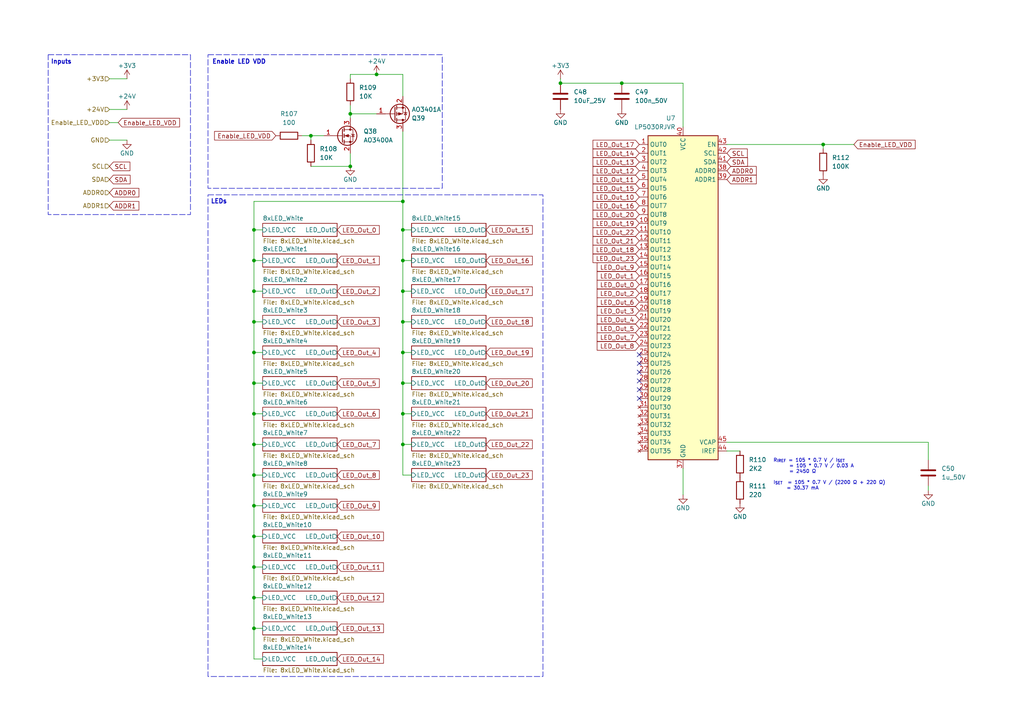
<source format=kicad_sch>
(kicad_sch (version 20231120) (generator "eeschema") (generator_version "8.0")
  (paper "A4")
  (lib_symbols
    (symbol "_C_0402:100n_50V" (pin_numbers hide) (pin_names (offset 0.254))
      (property "Reference" "C" (at 0.635 2.54 0))
      (property "Value" "100n_50V" (at 0.635 -2.54 0))
      (symbol "100n_50V_0_1"
        (polyline (pts (xy -2.032 -0.762) (xy 2.032 -0.762)) (stroke (width 0.508)))
        (polyline (pts (xy -2.032 0.762) (xy 2.032 0.762)) (stroke (width 0.508)))
      )
      (symbol "100n_50V_1_1"
        (pin passive line (at 0 3.81 270) (length 2.794) (name "~") (number "1"))
        (pin passive line (at 0 -3.81 90) (length 2.794) (name "~") (number "2"))
      )
    )
    (symbol "_C_0603:10uF_25V" (pin_numbers hide) (pin_names (offset 0.254))
      (property "Reference" "C" (at 0.635 2.54 0))
      (property "Value" "10uF_25V" (at 0.635 -2.54 0))
      (symbol "10uF_25V_0_1"
        (polyline (pts (xy -2.032 -0.762) (xy 2.032 -0.762)) (stroke (width 0.508)))
        (polyline (pts (xy -2.032 0.762) (xy 2.032 0.762)) (stroke (width 0.508)))
      )
      (symbol "10uF_25V_1_1"
        (pin passive line (at 0 3.81 270) (length 2.794) (name "~") (number "1"))
        (pin passive line (at 0 -3.81 90) (length 2.794) (name "~") (number "2"))
      )
    )
    (symbol "_C_0805:1u_50V" (pin_numbers hide) (pin_names (offset 0.254))
      (property "Reference" "C" (at 0.635 2.54 0))
      (property "Value" "1u_50V" (at 0.635 -2.54 0))
      (symbol "1u_50V_0_1"
        (polyline (pts (xy -2.032 -0.762) (xy 2.032 -0.762)) (stroke (width 0.508)))
        (polyline (pts (xy -2.032 0.762) (xy 2.032 0.762)) (stroke (width 0.508)))
      )
      (symbol "1u_50V_1_1"
        (pin passive line (at 0 3.81 270) (length 2.794) (name "~") (number "1"))
        (pin passive line (at 0 -3.81 90) (length 2.794) (name "~") (number "2"))
      )
    )
    (symbol "_Driver_LED:LP5030RJVR"
      (property "Reference" "U" (at -6.35 49.53 0))
      (property "Value" "LP5030RJVR" (at 6.35 49.53 0))
      (symbol "LP5030RJVR_0_1"
        (rectangle (start -10.16 48.26) (end 10.16 -45.72) (stroke (width 0.254)) (fill (type background)))
      )
      (symbol "LP5030RJVR_1_1"
        (pin power_out line (at 12.7 45.72 180) (length 2.54) (name "OUT0") (number "1"))
        (pin power_out line (at 12.7 22.86 180) (length 2.54) (name "OUT9") (number "10"))
        (pin power_out line (at 12.7 20.32 180) (length 2.54) (name "OUT10") (number "11"))
        (pin power_out line (at 12.7 17.78 180) (length 2.54) (name "OUT11") (number "12"))
        (pin power_out line (at 12.7 15.24 180) (length 2.54) (name "OUT12") (number "13"))
        (pin power_out line (at 12.7 12.7 180) (length 2.54) (name "OUT13") (number "14"))
        (pin power_out line (at 12.7 10.16 180) (length 2.54) (name "OUT14") (number "15"))
        (pin power_out line (at 12.7 7.62 180) (length 2.54) (name "OUT15") (number "16"))
        (pin power_out line (at 12.7 5.08 180) (length 2.54) (name "OUT16") (number "17"))
        (pin power_out line (at 12.7 2.54 180) (length 2.54) (name "OUT17") (number "18"))
        (pin power_out line (at 12.7 0 180) (length 2.54) (name "OUT18") (number "19"))
        (pin power_out line (at 12.7 43.18 180) (length 2.54) (name "OUT1") (number "2"))
        (pin power_out line (at 12.7 -2.54 180) (length 2.54) (name "OUT19") (number "20"))
        (pin power_out line (at 12.7 -5.08 180) (length 2.54) (name "OUT20") (number "21"))
        (pin power_out line (at 12.7 -7.62 180) (length 2.54) (name "OUT21") (number "22"))
        (pin power_out line (at 12.7 -10.16 180) (length 2.54) (name "OUT22") (number "23"))
        (pin power_out line (at 12.7 -12.7 180) (length 2.54) (name "OUT23") (number "24"))
        (pin power_out line (at 12.7 -15.24 180) (length 2.54) (name "OUT24") (number "25"))
        (pin power_out line (at 12.7 -17.78 180) (length 2.54) (name "OUT25") (number "26"))
        (pin power_out line (at 12.7 -20.32 180) (length 2.54) (name "OUT26") (number "27"))
        (pin power_out line (at 12.7 -22.86 180) (length 2.54) (name "OUT27") (number "28"))
        (pin power_out line (at 12.7 -25.4 180) (length 2.54) (name "OUT28") (number "29"))
        (pin power_out line (at 12.7 40.64 180) (length 2.54) (name "OUT2") (number "3"))
        (pin power_out line (at 12.7 -27.94 180) (length 2.54) (name "OUT29") (number "30"))
        (pin no_connect line (at 12.7 -30.48 180) (length 2.54) (name "OUT30") (number "31"))
        (pin no_connect line (at 12.7 -33.02 180) (length 2.54) (name "OUT31") (number "32"))
        (pin no_connect line (at 12.7 -35.56 180) (length 2.54) (name "OUT32") (number "33"))
        (pin no_connect line (at 12.7 -38.1 180) (length 2.54) (name "OUT33") (number "34"))
        (pin no_connect line (at 12.7 -40.64 180) (length 2.54) (name "OUT34") (number "35"))
        (pin no_connect line (at 12.7 -43.18 180) (length 2.54) (name "OUT35") (number "36"))
        (pin power_in line (at 0 -48.26 90) (length 2.54) (name "GND") (number "37"))
        (pin input line (at -12.7 38.1 0) (length 2.54) (name "ADDR0") (number "38"))
        (pin input line (at -12.7 35.56 0) (length 2.54) (name "ADDR1") (number "39"))
        (pin power_out line (at 12.7 38.1 180) (length 2.54) (name "OUT3") (number "4"))
        (pin power_in line (at 0 50.8 270) (length 2.54) (name "VCC") (number "40"))
        (pin bidirectional line (at -12.7 40.64 0) (length 2.54) (name "SDA") (number "41"))
        (pin input line (at -12.7 43.18 0) (length 2.54) (name "SCL") (number "42"))
        (pin input line (at -12.7 45.72 0) (length 2.54) (name "EN") (number "43"))
        (pin passive line (at -12.7 -43.18 0) (length 2.54) (name "IREF") (number "44"))
        (pin passive line (at -12.7 -40.64 0) (length 2.54) (name "VCAP") (number "45"))
        (pin passive line (at 0 -48.26 90) (length 2.54) hide (name "GND") (number "46"))
        (pin passive line (at 0 -48.26 90) (length 2.54) hide (name "GND") (number "47"))
        (pin power_out line (at 12.7 35.56 180) (length 2.54) (name "OUT4") (number "5"))
        (pin power_out line (at 12.7 33.02 180) (length 2.54) (name "OUT5") (number "6"))
        (pin power_out line (at 12.7 30.48 180) (length 2.54) (name "OUT6") (number "7"))
        (pin power_out line (at 12.7 27.94 180) (length 2.54) (name "OUT7") (number "8"))
        (pin power_out line (at 12.7 25.4 180) (length 2.54) (name "OUT8") (number "9"))
      )
    )
    (symbol "_R_0402:100" (pin_numbers hide) (pin_names (offset 0))
      (property "Reference" "R" (at 2.032 0 90))
      (property "Value" "100" (at 0 0 90))
      (symbol "100_0_1"
        (rectangle (start -1.016 -2.54) (end 1.016 2.54) (stroke (width 0.254)))
      )
      (symbol "100_1_1"
        (pin passive line (at 0 3.81 270) (length 1.27) (name "~") (number "1"))
        (pin passive line (at 0 -3.81 90) (length 1.27) (name "~") (number "2"))
      )
    )
    (symbol "_R_0402:100K" (pin_numbers hide) (pin_names (offset 0))
      (property "Reference" "R" (at 2.032 0 90))
      (property "Value" "100K" (at 0 0 90))
      (symbol "100K_0_1"
        (rectangle (start -1.016 -2.54) (end 1.016 2.54) (stroke (width 0.254)))
      )
      (symbol "100K_1_1"
        (pin passive line (at 0 3.81 270) (length 1.27) (name "~") (number "1"))
        (pin passive line (at 0 -3.81 90) (length 1.27) (name "~") (number "2"))
      )
    )
    (symbol "_R_0402:10K" (pin_numbers hide) (pin_names (offset 0))
      (property "Reference" "R" (at 2.032 0 90))
      (property "Value" "10K" (at 0 0 90))
      (symbol "10K_0_1"
        (rectangle (start -1.016 -2.54) (end 1.016 2.54) (stroke (width 0.254)))
      )
      (symbol "10K_1_1"
        (pin passive line (at 0 3.81 270) (length 1.27) (name "~") (number "1"))
        (pin passive line (at 0 -3.81 90) (length 1.27) (name "~") (number "2"))
      )
    )
    (symbol "_R_0402:220" (pin_numbers hide) (pin_names (offset 0))
      (property "Reference" "R" (at 2.032 0 90))
      (property "Value" "220" (at 0 0 90))
      (symbol "220_0_1"
        (rectangle (start -1.016 -2.54) (end 1.016 2.54) (stroke (width 0.254)))
      )
      (symbol "220_1_1"
        (pin passive line (at 0 3.81 270) (length 1.27) (name "~") (number "1"))
        (pin passive line (at 0 -3.81 90) (length 1.27) (name "~") (number "2"))
      )
    )
    (symbol "_R_0402:2K2" (pin_numbers hide) (pin_names (offset 0))
      (property "Reference" "R" (at 2.032 0 90))
      (property "Value" "2K2" (at 0 0 90))
      (symbol "2K2_0_1"
        (rectangle (start -1.016 -2.54) (end 1.016 2.54) (stroke (width 0.254)))
      )
      (symbol "2K2_1_1"
        (pin passive line (at 0 3.81 270) (length 1.27) (name "~") (number "1"))
        (pin passive line (at 0 -3.81 90) (length 1.27) (name "~") (number "2"))
      )
    )
    (symbol "_Transistor_FET:AO3400A" (pin_names hide)
      (property "Reference" "Q" (at 5.08 1.905 0))
      (property "Value" "AO3400A" (at 5.08 0 0))
      (symbol "AO3400A_0_1"
        (polyline (pts (xy 0.254 0) (xy -2.54 0)))
        (polyline (pts (xy 0.254 1.905) (xy 0.254 -1.905)) (stroke (width 0.254)))
        (polyline (pts (xy 0.762 -1.27) (xy 0.762 -2.286)) (stroke (width 0.254)))
        (polyline (pts (xy 0.762 0.508) (xy 0.762 -0.508)) (stroke (width 0.254)))
        (polyline (pts (xy 0.762 2.286) (xy 0.762 1.27)) (stroke (width 0.254)))
        (polyline (pts (xy 2.54 2.54) (xy 2.54 1.778)))
        (polyline (pts (xy 2.54 -2.54) (xy 2.54 0) (xy 0.762 0)))
        (polyline (pts (xy 0.762 -1.778) (xy 3.302 -1.778) (xy 3.302 1.778) (xy 0.762 1.778)))
        (polyline (pts (xy 1.016 0) (xy 2.032 0.381) (xy 2.032 -0.381) (xy 1.016 0)) (fill (type outline)))
        (polyline (pts (xy 2.794 0.508) (xy 2.921 0.381) (xy 3.683 0.381) (xy 3.81 0.254)))
        (polyline (pts (xy 3.302 0.381) (xy 2.921 -0.254) (xy 3.683 -0.254) (xy 3.302 0.381)))
        (circle (center 1.651 0) (radius 2.794) (stroke (width 0.254)))
        (circle (center 2.54 -1.778) (radius 0.254) (fill (type outline)))
        (circle (center 2.54 1.778) (radius 0.254) (fill (type outline)))
      )
      (symbol "AO3400A_1_1"
        (pin input line (at -5.08 0 0) (length 2.54) (name "G") (number "1"))
        (pin passive line (at 2.54 -5.08 90) (length 2.54) (name "S") (number "2"))
        (pin passive line (at 2.54 5.08 270) (length 2.54) (name "D") (number "3"))
      )
    )
    (symbol "_Transistor_FET:AO3401A" (pin_names hide)
      (property "Reference" "Q" (at 5.08 1.905 0))
      (property "Value" "AO3401A" (at 5.08 0 0))
      (symbol "AO3401A_0_1"
        (polyline (pts (xy 0.254 0) (xy -2.54 0)))
        (polyline (pts (xy 0.254 1.905) (xy 0.254 -1.905)) (stroke (width 0.254)))
        (polyline (pts (xy 0.762 -1.27) (xy 0.762 -2.286)) (stroke (width 0.254)))
        (polyline (pts (xy 0.762 0.508) (xy 0.762 -0.508)) (stroke (width 0.254)))
        (polyline (pts (xy 0.762 2.286) (xy 0.762 1.27)) (stroke (width 0.254)))
        (polyline (pts (xy 2.54 2.54) (xy 2.54 1.778)))
        (polyline (pts (xy 2.54 -2.54) (xy 2.54 0) (xy 0.762 0)))
        (polyline (pts (xy 0.762 1.778) (xy 3.302 1.778) (xy 3.302 -1.778) (xy 0.762 -1.778)))
        (polyline (pts (xy 2.286 0) (xy 1.27 0.381) (xy 1.27 -0.381) (xy 2.286 0)) (fill (type outline)))
        (polyline (pts (xy 2.794 -0.508) (xy 2.921 -0.381) (xy 3.683 -0.381) (xy 3.81 -0.254)))
        (polyline (pts (xy 3.302 -0.381) (xy 2.921 0.254) (xy 3.683 0.254) (xy 3.302 -0.381)))
        (circle (center 1.651 0) (radius 2.794) (stroke (width 0.254)))
        (circle (center 2.54 -1.778) (radius 0.254) (fill (type outline)))
        (circle (center 2.54 1.778) (radius 0.254) (fill (type outline)))
      )
      (symbol "AO3401A_1_1"
        (pin input line (at -5.08 0 0) (length 2.54) (name "G") (number "1"))
        (pin passive line (at 2.54 -5.08 90) (length 2.54) (name "S") (number "2"))
        (pin passive line (at 2.54 5.08 270) (length 2.54) (name "D") (number "3"))
      )
    )
    (symbol "power:+3V3" (power) (pin_names (offset 0))
      (property "Value" "+3V3" (at 0 3.556 0))
      (symbol "+3V3_0_1"
        (polyline (pts (xy -0.762 1.27) (xy 0 2.54)))
        (polyline (pts (xy 0 0) (xy 0 2.54)))
        (polyline (pts (xy 0 2.54) (xy 0.762 1.27)))
      )
      (symbol "+3V3_1_1"
        (pin power_in line (at 0 0 90) (length 0) hide (name "+3V3") (number "1"))
      )
    )
    (symbol "power:+5V" (power) (pin_names (offset 0))
      (property "Value" "+5V" (at 0 3.556 0))
      (symbol "+5V_0_1"
        (polyline (pts (xy -0.762 1.27) (xy 0 2.54)))
        (polyline (pts (xy 0 0) (xy 0 2.54)))
        (polyline (pts (xy 0 2.54) (xy 0.762 1.27)))
      )
      (symbol "+5V_1_1"
        (pin power_in line (at 0 0 90) (length 0) hide (name "+5V") (number "1"))
      )
    )
    (symbol "power:GND" (power) (pin_names (offset 0))
      (property "Value" "GND" (at 0 -3.81 0))
      (symbol "GND_0_1"
        (polyline (pts (xy 0 0) (xy 0 -1.27) (xy 1.27 -1.27) (xy 0 -2.54) (xy -1.27 -1.27) (xy 0 -1.27)))
      )
      (symbol "GND_1_1"
        (pin power_in line (at 0 0 270) (length 0) hide (name "GND") (number "1"))
      )
    )
  )
  (junction (at 73.66 164.465))
  (junction (at 73.66 102.235))
  (junction (at 73.66 120.015))
  (junction (at 73.66 75.565))
  (junction (at 73.66 155.575))
  (junction (at 73.66 93.345))
  (junction (at 180.34 24.13))
  (junction (at 73.66 66.675))
  (junction (at 73.66 137.795))
  (junction (at 73.66 173.355))
  (junction (at 116.84 111.125))
  (junction (at 116.84 75.565))
  (junction (at 116.84 58.42))
  (junction (at 73.66 128.905))
  (junction (at 162.56 24.13))
  (junction (at 73.66 146.685))
  (junction (at 73.66 84.455))
  (junction (at 73.66 182.245))
  (junction (at 90.17 39.37))
  (junction (at 116.84 66.675))
  (junction (at 101.6 33.02))
  (junction (at 109.22 21.59))
  (junction (at 116.84 128.905))
  (junction (at 101.6 48.26))
  (junction (at 238.76 41.91))
  (junction (at 116.84 93.345))
  (junction (at 116.84 102.235))
  (junction (at 116.84 120.015))
  (junction (at 73.66 111.125))
  (junction (at 116.84 84.455))
  (no_connect (at 185.42 110.49))
  (no_connect (at 185.42 102.87))
  (no_connect (at 185.42 113.03))
  (no_connect (at 185.42 115.57))
  (no_connect (at 185.42 105.41))
  (no_connect (at 185.42 107.95))
  (wire (pts (xy 116.84 111.125) (xy 116.84 120.015)))
  (wire (pts (xy 101.6 44.45) (xy 101.6 48.26)))
  (wire (pts (xy 76.2 84.455) (xy 73.66 84.455)))
  (wire (pts (xy 116.84 38.1) (xy 116.84 58.42)))
  (wire (pts (xy 76.2 75.565) (xy 73.66 75.565)))
  (wire (pts (xy 73.66 155.575) (xy 73.66 164.465)))
  (wire (pts (xy 116.84 58.42) (xy 116.84 66.675)))
  (wire (pts (xy 269.24 128.27) (xy 210.82 128.27)))
  (wire (pts (xy 119.38 111.125) (xy 116.84 111.125)))
  (wire (pts (xy 119.38 84.455) (xy 116.84 84.455)))
  (wire (pts (xy 90.17 48.26) (xy 101.6 48.26)))
  (wire (pts (xy 119.38 137.795) (xy 116.84 137.795)))
  (wire (pts (xy 162.56 22.86) (xy 162.56 24.13)))
  (wire (pts (xy 101.6 33.02) (xy 109.22 33.02)))
  (wire (pts (xy 116.84 120.015) (xy 116.84 128.905)))
  (wire (pts (xy 76.2 146.685) (xy 73.66 146.685)))
  (wire (pts (xy 162.56 24.13) (xy 180.34 24.13)))
  (wire (pts (xy 76.2 164.465) (xy 73.66 164.465)))
  (wire (pts (xy 119.38 93.345) (xy 116.84 93.345)))
  (wire (pts (xy 198.12 143.51) (xy 198.12 135.89)))
  (wire (pts (xy 73.66 66.675) (xy 73.66 75.565)))
  (wire (pts (xy 31.75 22.86) (xy 36.83 22.86)))
  (wire (pts (xy 73.66 111.125) (xy 73.66 120.015)))
  (wire (pts (xy 238.76 41.91) (xy 247.65 41.91)))
  (wire (pts (xy 90.17 40.64) (xy 90.17 39.37)))
  (wire (pts (xy 119.38 120.015) (xy 116.84 120.015)))
  (wire (pts (xy 76.2 182.245) (xy 73.66 182.245)))
  (wire (pts (xy 73.66 137.795) (xy 73.66 146.685)))
  (wire (pts (xy 269.24 142.24) (xy 269.24 140.97)))
  (wire (pts (xy 269.24 133.35) (xy 269.24 128.27)))
  (wire (pts (xy 73.66 93.345) (xy 73.66 102.235)))
  (wire (pts (xy 116.84 21.59) (xy 116.84 27.94)))
  (wire (pts (xy 238.76 41.91) (xy 238.76 43.18)))
  (wire (pts (xy 76.2 111.125) (xy 73.66 111.125)))
  (wire (pts (xy 73.66 173.355) (xy 73.66 182.245)))
  (wire (pts (xy 76.2 128.905) (xy 73.66 128.905)))
  (wire (pts (xy 116.84 84.455) (xy 116.84 93.345)))
  (wire (pts (xy 76.2 173.355) (xy 73.66 173.355)))
  (wire (pts (xy 101.6 30.48) (xy 101.6 33.02)))
  (wire (pts (xy 36.83 40.64) (xy 31.75 40.64)))
  (wire (pts (xy 109.22 21.59) (xy 101.6 21.59)))
  (wire (pts (xy 73.66 146.685) (xy 73.66 155.575)))
  (wire (pts (xy 116.84 93.345) (xy 116.84 102.235)))
  (wire (pts (xy 73.66 58.42) (xy 73.66 66.675)))
  (wire (pts (xy 116.84 75.565) (xy 116.84 84.455)))
  (wire (pts (xy 76.2 155.575) (xy 73.66 155.575)))
  (wire (pts (xy 76.2 93.345) (xy 73.66 93.345)))
  (wire (pts (xy 119.38 128.905) (xy 116.84 128.905)))
  (wire (pts (xy 34.29 35.56) (xy 31.75 35.56)))
  (wire (pts (xy 76.2 191.135) (xy 73.66 191.135)))
  (wire (pts (xy 198.12 24.13) (xy 198.12 36.83)))
  (wire (pts (xy 87.63 39.37) (xy 90.17 39.37)))
  (wire (pts (xy 210.82 130.81) (xy 214.63 130.81)))
  (wire (pts (xy 180.34 24.13) (xy 198.12 24.13)))
  (wire (pts (xy 116.84 66.675) (xy 116.84 75.565)))
  (wire (pts (xy 31.75 31.75) (xy 36.83 31.75)))
  (wire (pts (xy 76.2 102.235) (xy 73.66 102.235)))
  (wire (pts (xy 76.2 137.795) (xy 73.66 137.795)))
  (wire (pts (xy 116.84 21.59) (xy 109.22 21.59)))
  (wire (pts (xy 116.84 102.235) (xy 116.84 111.125)))
  (wire (pts (xy 73.66 58.42) (xy 116.84 58.42)))
  (wire (pts (xy 90.17 39.37) (xy 93.98 39.37)))
  (wire (pts (xy 73.66 66.675) (xy 76.2 66.675)))
  (wire (pts (xy 119.38 102.235) (xy 116.84 102.235)))
  (wire (pts (xy 116.84 66.675) (xy 119.38 66.675)))
  (wire (pts (xy 210.82 41.91) (xy 238.76 41.91)))
  (wire (pts (xy 73.66 128.905) (xy 73.66 137.795)))
  (wire (pts (xy 73.66 191.135) (xy 73.66 182.245)))
  (wire (pts (xy 101.6 21.59) (xy 101.6 22.86)))
  (wire (pts (xy 73.66 84.455) (xy 73.66 93.345)))
  (wire (pts (xy 101.6 33.02) (xy 101.6 34.29)))
  (wire (pts (xy 116.84 128.905) (xy 116.84 137.795)))
  (wire (pts (xy 73.66 102.235) (xy 73.66 111.125)))
  (wire (pts (xy 73.66 164.465) (xy 73.66 173.355)))
  (wire (pts (xy 119.38 75.565) (xy 116.84 75.565)))
  (wire (pts (xy 76.2 120.015) (xy 73.66 120.015)))
  (wire (pts (xy 73.66 75.565) (xy 73.66 84.455)))
  (wire (pts (xy 73.66 120.015) (xy 73.66 128.905)))
  (rectangle (start 13.97 15.875) (end 55.245 62.23) (stroke (width 0) (type dash)))
  (rectangle (start 60.325 56.515) (end 157.48 196.215) (stroke (width 0) (type dash)))
  (rectangle (start 60.325 15.875) (end 128.27 54.61) (stroke (width 0) (type dash)))
  (text_box "R_{IREF} = 105 * 0.7 V / I_{SET} \n      = 105 * 0.7 V / 0.03 A \n      = 2450 Ω\n\nI_{SET}  = 105 * 0.7 V / (2200 Ω + 220 Ω) \n     = 30.37 mA" (at 223.52 132.08 0) (size 34.925 10.795) (stroke (width -0.0001)) (effects (font (size 1 1)) (justify left top)))
  (text "Enable LED VDD" (at 69.342 18.034 0) (effects (font (size 1.27 1.27) (thickness 0.254) (bold yes))))
  (text "Inputs" (at 17.78 18.034 0) (effects (font (size 1.27 1.27) (thickness 0.254) (bold yes))))
  (text "LEDs" (at 63.5 58.547 0) (effects (font (size 1.27 1.27) (thickness 0.254) (bold yes))))
  (global_label "LED_Out_0" (shape input) (at 97.79 66.675 0) (property "Intersheetrefs" "${INTERSHEET_REFS}" (effects (hide yes))))
  (global_label "ADDR1" (shape input) (at 31.75 59.69 0) (property "Intersheetrefs" "${INTERSHEET_REFS}" (effects (hide yes))))
  (global_label "LED_Out_5" (shape input) (at 97.79 111.125 0) (property "Intersheetrefs" "${INTERSHEET_REFS}" (effects (hide yes))))
  (global_label "LED_Out_16" (shape input) (at 140.97 75.565 0) (property "Intersheetrefs" "${INTERSHEET_REFS}" (effects (hide yes))))
  (global_label "LED_Out_23" (shape input) (at 140.97 137.795 0) (property "Intersheetrefs" "${INTERSHEET_REFS}" (effects (hide yes))))
  (global_label "LED_Out_0" (shape input) (at 185.42 82.55 180) (property "Intersheetrefs" "${INTERSHEET_REFS}" (effects (hide yes))))
  (global_label "LED_Out_12" (shape input) (at 185.42 49.53 180) (property "Intersheetrefs" "${INTERSHEET_REFS}" (effects (hide yes))))
  (global_label "LED_Out_14" (shape input) (at 97.79 191.135 0) (property "Intersheetrefs" "${INTERSHEET_REFS}" (effects (hide yes))))
  (global_label "LED_Out_14" (shape input) (at 185.42 44.45 180) (property "Intersheetrefs" "${INTERSHEET_REFS}" (effects (hide yes))))
  (global_label "SDA" (shape input) (at 31.75 52.07 0) (property "Intersheetrefs" "${INTERSHEET_REFS}" (effects (hide yes))))
  (global_label "SCL" (shape input) (at 31.75 48.26 0) (property "Intersheetrefs" "${INTERSHEET_REFS}" (effects (hide yes))))
  (global_label "LED_Out_22" (shape input) (at 185.42 67.31 180) (property "Intersheetrefs" "${INTERSHEET_REFS}" (effects (hide yes))))
  (global_label "Enable_LED_VDD" (shape input) (at 80.01 39.37 180) (property "Intersheetrefs" "${INTERSHEET_REFS}" (effects (hide yes))))
  (global_label "LED_Out_11" (shape input) (at 185.42 52.07 180) (property "Intersheetrefs" "${INTERSHEET_REFS}" (effects (hide yes))))
  (global_label "LED_Out_21" (shape input) (at 185.42 69.85 180) (property "Intersheetrefs" "${INTERSHEET_REFS}" (effects (hide yes))))
  (global_label "LED_Out_16" (shape input) (at 185.42 59.69 180) (property "Intersheetrefs" "${INTERSHEET_REFS}" (effects (hide yes))))
  (global_label "LED_Out_3" (shape input) (at 97.79 93.345 0) (property "Intersheetrefs" "${INTERSHEET_REFS}" (effects (hide yes))))
  (global_label "LED_Out_17" (shape input) (at 140.97 84.455 0) (property "Intersheetrefs" "${INTERSHEET_REFS}" (effects (hide yes))))
  (global_label "LED_Out_2" (shape input) (at 185.42 85.09 180) (property "Intersheetrefs" "${INTERSHEET_REFS}" (effects (hide yes))))
  (global_label "LED_Out_19" (shape input) (at 185.42 64.77 180) (property "Intersheetrefs" "${INTERSHEET_REFS}" (effects (hide yes))))
  (global_label "LED_Out_8" (shape input) (at 97.79 137.795 0) (property "Intersheetrefs" "${INTERSHEET_REFS}" (effects (hide yes))))
  (global_label "LED_Out_20" (shape input) (at 185.42 62.23 180) (property "Intersheetrefs" "${INTERSHEET_REFS}" (effects (hide yes))))
  (global_label "LED_Out_6" (shape input) (at 185.42 87.63 180) (property "Intersheetrefs" "${INTERSHEET_REFS}" (effects (hide yes))))
  (global_label "LED_Out_12" (shape input) (at 97.79 173.355 0) (property "Intersheetrefs" "${INTERSHEET_REFS}" (effects (hide yes))))
  (global_label "LED_Out_11" (shape input) (at 97.79 164.465 0) (property "Intersheetrefs" "${INTERSHEET_REFS}" (effects (hide yes))))
  (global_label "Enable_LED_VDD" (shape input) (at 34.29 35.56 0) (property "Intersheetrefs" "${INTERSHEET_REFS}" (effects (hide yes))))
  (global_label "SDA" (shape input) (at 210.82 46.99 0) (property "Intersheetrefs" "${INTERSHEET_REFS}" (effects (hide yes))))
  (global_label "LED_Out_7" (shape input) (at 185.42 97.79 180) (property "Intersheetrefs" "${INTERSHEET_REFS}" (effects (hide yes))))
  (global_label "LED_Out_7" (shape input) (at 97.79 128.905 0) (property "Intersheetrefs" "${INTERSHEET_REFS}" (effects (hide yes))))
  (global_label "LED_Out_8" (shape input) (at 185.42 100.33 180) (property "Intersheetrefs" "${INTERSHEET_REFS}" (effects (hide yes))))
  (global_label "SCL" (shape input) (at 210.82 44.45 0) (property "Intersheetrefs" "${INTERSHEET_REFS}" (effects (hide yes))))
  (global_label "LED_Out_21" (shape input) (at 140.97 120.015 0) (property "Intersheetrefs" "${INTERSHEET_REFS}" (effects (hide yes))))
  (global_label "LED_Out_15" (shape input) (at 140.97 66.675 0) (property "Intersheetrefs" "${INTERSHEET_REFS}" (effects (hide yes))))
  (global_label "LED_Out_13" (shape input) (at 185.42 46.99 180) (property "Intersheetrefs" "${INTERSHEET_REFS}" (effects (hide yes))))
  (global_label "LED_Out_3" (shape input) (at 185.42 90.17 180) (property "Intersheetrefs" "${INTERSHEET_REFS}" (effects (hide yes))))
  (global_label "LED_Out_10" (shape input) (at 97.79 155.575 0) (property "Intersheetrefs" "${INTERSHEET_REFS}" (effects (hide yes))))
  (global_label "LED_Out_19" (shape input) (at 140.97 102.235 0) (property "Intersheetrefs" "${INTERSHEET_REFS}" (effects (hide yes))))
  (global_label "ADDR0" (shape input) (at 31.75 55.88 0) (property "Intersheetrefs" "${INTERSHEET_REFS}" (effects (hide yes))))
  (global_label "ADDR1" (shape input) (at 210.82 52.07 0) (property "Intersheetrefs" "${INTERSHEET_REFS}" (effects (hide yes))))
  (global_label "LED_Out_22" (shape input) (at 140.97 128.905 0) (property "Intersheetrefs" "${INTERSHEET_REFS}" (effects (hide yes))))
  (global_label "LED_Out_18" (shape input) (at 185.42 72.39 180) (property "Intersheetrefs" "${INTERSHEET_REFS}" (effects (hide yes))))
  (global_label "LED_Out_15" (shape input) (at 185.42 54.61 180) (property "Intersheetrefs" "${INTERSHEET_REFS}" (effects (hide yes))))
  (global_label "LED_Out_17" (shape input) (at 185.42 41.91 180) (property "Intersheetrefs" "${INTERSHEET_REFS}" (effects (hide yes))))
  (global_label "LED_Out_4" (shape input) (at 185.42 92.71 180) (property "Intersheetrefs" "${INTERSHEET_REFS}" (effects (hide yes))))
  (global_label "LED_Out_20" (shape input) (at 140.97 111.125 0) (property "Intersheetrefs" "${INTERSHEET_REFS}" (effects (hide yes))))
  (global_label "LED_Out_23" (shape input) (at 185.42 74.93 180) (property "Intersheetrefs" "${INTERSHEET_REFS}" (effects (hide yes))))
  (global_label "LED_Out_9" (shape input) (at 185.42 77.47 180) (property "Intersheetrefs" "${INTERSHEET_REFS}" (effects (hide yes))))
  (global_label "LED_Out_2" (shape input) (at 97.79 84.455 0) (property "Intersheetrefs" "${INTERSHEET_REFS}" (effects (hide yes))))
  (global_label "LED_Out_13" (shape input) (at 97.79 182.245 0) (property "Intersheetrefs" "${INTERSHEET_REFS}" (effects (hide yes))))
  (global_label "LED_Out_10" (shape input) (at 185.42 57.15 180) (property "Intersheetrefs" "${INTERSHEET_REFS}" (effects (hide yes))))
  (global_label "LED_Out_6" (shape input) (at 97.79 120.015 0) (property "Intersheetrefs" "${INTERSHEET_REFS}" (effects (hide yes))))
  (global_label "LED_Out_4" (shape input) (at 97.79 102.235 0) (property "Intersheetrefs" "${INTERSHEET_REFS}" (effects (hide yes))))
  (global_label "LED_Out_5" (shape input) (at 185.42 95.25 180) (property "Intersheetrefs" "${INTERSHEET_REFS}" (effects (hide yes))))
  (global_label "ADDR0" (shape input) (at 210.82 49.53 0) (property "Intersheetrefs" "${INTERSHEET_REFS}" (effects (hide yes))))
  (global_label "Enable_LED_VDD" (shape input) (at 247.65 41.91 0) (property "Intersheetrefs" "${INTERSHEET_REFS}" (effects (hide yes))))
  (global_label "LED_Out_1" (shape input) (at 97.79 75.565 0) (property "Intersheetrefs" "${INTERSHEET_REFS}" (effects (hide yes))))
  (global_label "LED_Out_18" (shape input) (at 140.97 93.345 0) (property "Intersheetrefs" "${INTERSHEET_REFS}" (effects (hide yes))))
  (global_label "LED_Out_9" (shape input) (at 97.79 146.685 0) (property "Intersheetrefs" "${INTERSHEET_REFS}" (effects (hide yes))))
  (global_label "LED_Out_1" (shape input) (at 185.42 80.01 180) (property "Intersheetrefs" "${INTERSHEET_REFS}" (effects (hide yes))))
  (hierarchical_label "Enable_LED_VDD" (shape input) (at 31.75 35.56 180))
  (hierarchical_label "SCL" (shape input) (at 31.75 48.26 180))
  (hierarchical_label "+24V" (shape input) (at 31.75 31.75 180))
  (hierarchical_label "ADDR1" (shape input) (at 31.75 59.69 180))
  (hierarchical_label "GND" (shape input) (at 31.75 40.64 180))
  (hierarchical_label "SDA" (shape input) (at 31.75 52.07 180))
  (hierarchical_label "+3V3" (shape input) (at 31.75 22.86 180))
  (hierarchical_label "ADDR0" (shape input) (at 31.75 55.88 180))
  (symbol (lib_id "power:+5V") (at 36.83 31.75 0) (unit 1)
    (property "Reference" "#PWR0197" (effects (hide yes)))
    (property "Value" "+24V" (at 36.83 27.94 0))
  )
  (symbol (lib_id "power:GND") (at 180.34 31.75 0) (unit 1)
    (property "Reference" "#PWR0203" (effects (hide yes)))
    (property "Value" "GND" (at 180.34 35.56 0))
  )
  (symbol (lib_id "_C_0402:100n_50V") (at 180.34 27.94 180) (unit 1)
    (property "Reference" "C49" (at 184.15 26.6699 0) (effects (justify right)))
    (property "Value" "100n_50V" (at 184.15 29.2099 0) (effects (justify right)))
    (property "Footprint" "Capacitor_SMD:C_0402_1005Metric" (effects (hide yes)))
    (property "Datasheet" "https://product.samsungsem.com/mlcc/CL05B104KB54PN.do" (effects (hide yes)))
    (property "MF" "Samsung Electro-Mechanics" (effects (hide yes)))
    (property "MPN" "CL05B104KB54PNC" (effects (hide yes)))
    (property "OC_LCSC" "C307331" (effects (hide yes)))
  )
  (symbol (lib_id "power:+3V3") (at 162.56 22.86 0) (unit 1)
    (property "Reference" "#PWR0201" (effects (hide yes)))
    (property "Value" "+3V3" (at 162.56 19.05 0))
  )
  (symbol (lib_id "power:GND") (at 198.12 143.51 0) (unit 1)
    (property "Reference" "#PWR0204" (effects (hide yes)))
    (property "Value" "GND" (at 198.12 147.32 0))
  )
  (symbol (lib_id "_R_0402:100") (at 83.82 39.37 90) (unit 1)
    (property "Reference" "R107" (at 83.82 33.02 90))
    (property "Value" "100" (at 83.82 35.56 90))
    (property "Footprint" "Resistor_SMD:R_0402_1005Metric" (effects (hide yes)))
    (property "Description" "Resistor 100 1% 62.5mW 50V 0402" (effects (hide yes)))
    (property "MF" "UNI-ROYAL" (effects (hide yes)))
    (property "MPN" "0402WGF1000TCE" (effects (hide yes)))
    (property "OC_LCSC" "C25076" (effects (hide yes)))
  )
  (symbol (lib_id "power:GND") (at 214.63 146.05 0) (unit 1)
    (property "Reference" "#PWR0205" (effects (hide yes)))
    (property "Value" "GND" (at 214.63 149.86 0))
  )
  (symbol (lib_id "_R_0402:10K") (at 101.6 26.67 0) (unit 1)
    (property "Reference" "R109" (at 104.14 25.3999 0) (effects (justify left)))
    (property "Value" "10K" (at 104.14 27.9399 0) (effects (justify left)))
    (property "Footprint" "Resistor_SMD:R_0402_1005Metric" (effects (hide yes)))
    (property "Description" "Resistor 10K 1% 62.5mW 50V 0402" (effects (hide yes)))
    (property "MF" "UNI-ROYAL" (effects (hide yes)))
    (property "MPN" "0402WGF1002TCE" (effects (hide yes)))
    (property "OC_LCSC" "C25744" (effects (hide yes)))
  )
  (symbol (lib_id "_Transistor_FET:AO3401A") (at 114.3 33.02 0) (mirror x) (unit 1)
    (property "Reference" "Q39" (at 119.38 34.29 0) (effects (justify left)))
    (property "Value" "AO3401A" (at 119.38 31.75 0) (effects (justify left)))
    (property "Footprint" "Package_TO_SOT_SMD:SOT-23" (effects (hide yes)))
    (property "Datasheet" "https://datasheet.lcsc.com/lcsc/1810171817_Alpha---Omega-Semicon-AO3401A_C15127.pdf" (effects (hide yes)))
    (property "Description" "30V 4A 44mΩ@10V,4.3A 1.4W P Channel SOT-23 MOSFET" (effects (hide yes)))
    (property "MF" "Alpha & Omega Semicon" (effects (hide yes)))
    (property "MPN" "AO3401A" (effects (hide yes)))
    (property "OC_LCSC" "C15127" (effects (hide yes)))
  )
  (symbol (lib_id "power:GND") (at 101.6 48.26 0) (unit 1)
    (property "Reference" "#PWR0199" (effects (hide yes)))
    (property "Value" "GND" (at 101.6 52.07 0))
  )
  (symbol (lib_id "_C_0603:10uF_25V") (at 162.56 27.94 0) (unit 1)
    (property "Reference" "C48" (at 166.37 26.6699 0) (effects (justify left)))
    (property "Value" "10uF_25V" (at 166.37 29.2099 0) (effects (justify left)))
    (property "Footprint" "Capacitor_SMD:C_0603_1608Metric" (effects (hide yes)))
    (property "Datasheet" "https://product.samsungsem.com/mlcc/CL10A106MA8NRN.do" (effects (hide yes)))
    (property "Description" "Capacitor 10uF 25V X5R 20% 0603" (effects (hide yes)))
    (property "MF" "Samsung Electro-Mechanics" (effects (hide yes)))
    (property "MPN" "CL10A106MA8NRNC" (effects (hide yes)))
    (property "OC_LCSC" "C96446" (effects (hide yes)))
  )
  (symbol (lib_id "_R_0402:2K2") (at 214.63 134.62 0) (unit 1)
    (property "Reference" "R110" (at 217.17 133.3499 0) (effects (justify left)))
    (property "Value" "2K2" (at 217.17 135.8899 0) (effects (justify left)))
    (property "Footprint" "Resistor_SMD:R_0402_1005Metric" (effects (hide yes)))
    (property "Description" "Resistor 2K2 1% 62.5mW 50V 0402" (effects (hide yes)))
    (property "MF" "UNI-ROYAL" (effects (hide yes)))
    (property "MPN" "0402WGF2201TCE" (effects (hide yes)))
    (property "OC_LCSC" "C25879" (effects (hide yes)))
  )
  (symbol (lib_id "_R_0402:10K") (at 90.17 44.45 0) (unit 1)
    (property "Reference" "R108" (at 92.71 43.1799 0) (effects (justify left)))
    (property "Value" "10K" (at 92.71 45.7199 0) (effects (justify left)))
    (property "Footprint" "Resistor_SMD:R_0402_1005Metric" (effects (hide yes)))
    (property "Description" "Resistor 10K 1% 62.5mW 50V 0402" (effects (hide yes)))
    (property "MF" "UNI-ROYAL" (effects (hide yes)))
    (property "MPN" "0402WGF1002TCE" (effects (hide yes)))
    (property "OC_LCSC" "C25744" (effects (hide yes)))
  )
  (symbol (lib_id "power:GND") (at 269.24 142.24 0) (unit 1)
    (property "Reference" "#PWR0207" (effects (hide yes)))
    (property "Value" "GND" (at 269.24 146.05 0))
  )
  (symbol (lib_id "_C_0805:1u_50V") (at 269.24 137.16 0) (unit 1)
    (property "Reference" "C50" (at 273.05 135.8899 0) (effects (justify left)))
    (property "Value" "1u_50V" (at 273.05 138.4299 0) (effects (justify left)))
    (property "Footprint" "Capacitor_SMD:C_0805_2012Metric" (effects (hide yes)))
    (property "Datasheet" "https://product.samsungsem.com/mlcc/CL21B105KBFNNN.do" (effects (hide yes)))
    (property "Description" "Capacitor 1uF 50V X7R 10% 0805" (effects (hide yes)))
    (property "MF" "Samsung Electro-Mechanics" (effects (hide yes)))
    (property "MPN" "CL21B105KBFNNNE" (effects (hide yes)))
    (property "OC_LCSC" "C28323" (effects (hide yes)))
  )
  (symbol (lib_id "power:GND") (at 162.56 31.75 0) (unit 1)
    (property "Reference" "#PWR0202" (effects (hide yes)))
    (property "Value" "GND" (at 162.56 35.56 0))
  )
  (symbol (lib_id "_Transistor_FET:AO3400A") (at 99.06 39.37 0) (unit 1)
    (property "Reference" "Q38" (at 105.41 38.0999 0) (effects (justify left)))
    (property "Value" "AO3400A" (at 105.41 40.6399 0) (effects (justify left)))
    (property "Footprint" "Package_TO_SOT_SMD:SOT-23" (effects (hide yes)))
    (property "Datasheet" "https://datasheet.lcsc.com/lcsc/1811081213_Alpha---Omega-Semicon-AO3400A_C20917.pdf" (effects (hide yes)))
    (property "Description" "30V 5.7A 26.5mΩ@10V,5.7A 1.4W N Channel SOT-23-3L MOSFET" (effects (hide yes)))
    (property "MF" "Alpha & Omega Semicon" (effects (hide yes)))
    (property "MPN" "AO3400A" (effects (hide yes)))
    (property "OC_LCSC" "C20917" (effects (hide yes)))
  )
  (symbol (lib_id "_Driver_LED:LP5030RJVR") (at 198.12 87.63 0) (mirror y) (unit 1)
    (property "Reference" "U7" (at 195.9259 34.29 0) (effects (justify left)))
    (property "Value" "LP5030RJVR" (at 195.9259 36.83 0) (effects (justify left)))
    (property "Footprint" "Package_DFN_QFN:VQFN-46-1EP_5x6mm_P0.4mm_EP2.8x3.8mm" (effects (hide yes)))
    (property "Datasheet" "https://www.ti.com/lit/ds/symlink/lp5030.pdf" (effects (hide yes)))
    (property "Description" "30-Channel 12-Bit PWM Ultra-low Quiescent Current I2C RGB LED Driver" (effects (hide yes)))
    (property "MF" "TI" (effects (hide yes)))
    (property "MPN" "LP5030RJVR" (effects (hide yes)))
    (property "OC_LCSC" "C1850306" (effects (hide yes)))
  )
  (symbol (lib_id "power:GND") (at 36.83 40.64 0) (unit 1)
    (property "Reference" "#PWR0198" (effects (hide yes)))
    (property "Value" "GND" (at 36.83 44.45 0))
  )
  (symbol (lib_id "power:+5V") (at 109.22 21.59 0) (unit 1)
    (property "Reference" "#PWR0200" (effects (hide yes)))
    (property "Value" "+24V" (at 109.22 17.78 0))
  )
  (symbol (lib_id "_R_0402:100K") (at 238.76 46.99 180) (unit 1)
    (property "Reference" "R112" (at 241.3 45.7199 0) (effects (justify right)))
    (property "Value" "100K" (at 241.3 48.2599 0) (effects (justify right)))
    (property "Footprint" "Resistor_SMD:R_0402_1005Metric" (effects (hide yes)))
    (property "Description" "Resistor 100K 1% 62.5mW 50V 0402" (effects (hide yes)))
    (property "MF" "UNI-ROYAL" (effects (hide yes)))
    (property "MPN" "0402WGF1003TCE" (effects (hide yes)))
    (property "OC_LCSC" "C25741" (effects (hide yes)))
  )
  (symbol (lib_id "power:GND") (at 238.76 50.8 0) (unit 1)
    (property "Reference" "#PWR0206" (effects (hide yes)))
    (property "Value" "GND" (at 238.76 54.61 0))
  )
  (symbol (lib_id "_R_0402:220") (at 214.63 142.24 0) (unit 1)
    (property "Reference" "R111" (at 217.17 140.9699 0) (effects (justify left)))
    (property "Value" "220" (at 217.17 143.5099 0) (effects (justify left)))
    (property "Footprint" "Resistor_SMD:R_0402_1005Metric" (effects (hide yes)))
    (property "Description" "Resistor 220 1% 62.5mW 50V 0402" (effects (hide yes)))
    (property "MF" "UNI-ROYAL" (effects (hide yes)))
    (property "MPN" "0402WGF2200TCE" (effects (hide yes)))
    (property "OC_LCSC" "C25091" (effects (hide yes)))
  )
  (symbol (lib_id "power:+3V3") (at 36.83 22.86 0) (unit 1)
    (property "Reference" "#PWR0196" (effects (hide yes)))
    (property "Value" "+3V3" (at 36.83 19.05 0))
  )
  (sheet (at 119.38 64.77) (size 21.59 3.81) (stroke (width 0.1524))
    (property "Sheetname" "8xLED_White15" (at 119.38 64.0584 0) (effects (justify left bottom)))
    (property "Sheetfile" "8xLED_White.kicad_sch" (at 119.38 69.1646 0) (effects (justify left top)))
    (pin "LED_Out" output (at 140.97 66.675 0))
    (pin "LED_VCC" input (at 119.38 66.675 180))
  )
  (sheet (at 76.2 100.33) (size 21.59 3.81) (stroke (width 0.1524))
    (property "Sheetname" "8xLED_White4" (at 76.2 99.6184 0) (effects (justify left bottom)))
    (property "Sheetfile" "8xLED_White.kicad_sch" (at 76.2 104.7246 0) (effects (justify left top)))
    (pin "LED_Out" output (at 97.79 102.235 0))
    (pin "LED_VCC" input (at 76.2 102.235 180))
  )
  (sheet (at 76.2 82.55) (size 21.59 3.81) (stroke (width 0.1524))
    (property "Sheetname" "8xLED_White2" (at 76.2 81.8384 0) (effects (justify left bottom)))
    (property "Sheetfile" "8xLED_White.kicad_sch" (at 76.2 86.9446 0) (effects (justify left top)))
    (pin "LED_Out" output (at 97.79 84.455 0))
    (pin "LED_VCC" input (at 76.2 84.455 180))
  )
  (sheet (at 119.38 82.55) (size 21.59 3.81) (stroke (width 0.1524))
    (property "Sheetname" "8xLED_White17" (at 119.38 81.8384 0) (effects (justify left bottom)))
    (property "Sheetfile" "8xLED_White.kicad_sch" (at 119.38 86.9446 0) (effects (justify left top)))
    (pin "LED_Out" output (at 140.97 84.455 0))
    (pin "LED_VCC" input (at 119.38 84.455 180))
  )
  (sheet (at 119.38 135.89) (size 21.59 3.81) (stroke (width 0.1524))
    (property "Sheetname" "8xLED_White23" (at 119.38 135.1784 0) (effects (justify left bottom)))
    (property "Sheetfile" "8xLED_White.kicad_sch" (at 119.38 140.2846 0) (effects (justify left top)))
    (pin "LED_Out" output (at 140.97 137.795 0))
    (pin "LED_VCC" input (at 119.38 137.795 180))
  )
  (sheet (at 76.2 171.45) (size 21.59 3.81) (stroke (width 0.1524))
    (property "Sheetname" "8xLED_White12" (at 76.2 170.7384 0) (effects (justify left bottom)))
    (property "Sheetfile" "8xLED_White.kicad_sch" (at 76.2 175.8446 0) (effects (justify left top)))
    (pin "LED_Out" output (at 97.79 173.355 0))
    (pin "LED_VCC" input (at 76.2 173.355 180))
  )
  (sheet (at 119.38 109.22) (size 21.59 3.81) (stroke (width 0.1524))
    (property "Sheetname" "8xLED_White20" (at 119.38 108.5084 0) (effects (justify left bottom)))
    (property "Sheetfile" "8xLED_White.kicad_sch" (at 119.38 113.6146 0) (effects (justify left top)))
    (pin "LED_Out" output (at 140.97 111.125 0))
    (pin "LED_VCC" input (at 119.38 111.125 180))
  )
  (sheet (at 119.38 118.11) (size 21.59 3.81) (stroke (width 0.1524))
    (property "Sheetname" "8xLED_White21" (at 119.38 117.3984 0) (effects (justify left bottom)))
    (property "Sheetfile" "8xLED_White.kicad_sch" (at 119.38 122.5046 0) (effects (justify left top)))
    (pin "LED_Out" output (at 140.97 120.015 0))
    (pin "LED_VCC" input (at 119.38 120.015 180))
  )
  (sheet (at 76.2 189.23) (size 21.59 3.81) (stroke (width 0.1524))
    (property "Sheetname" "8xLED_White14" (at 76.2 188.5184 0) (effects (justify left bottom)))
    (property "Sheetfile" "8xLED_White.kicad_sch" (at 76.2 193.6246 0) (effects (justify left top)))
    (pin "LED_Out" output (at 97.79 191.135 0))
    (pin "LED_VCC" input (at 76.2 191.135 180))
  )
  (sheet (at 76.2 153.67) (size 21.59 3.81) (stroke (width 0.1524))
    (property "Sheetname" "8xLED_White10" (at 76.2 152.9584 0) (effects (justify left bottom)))
    (property "Sheetfile" "8xLED_White.kicad_sch" (at 76.2 158.0646 0) (effects (justify left top)))
    (pin "LED_Out" output (at 97.79 155.575 0))
    (pin "LED_VCC" input (at 76.2 155.575 180))
  )
  (sheet (at 76.2 64.77) (size 21.59 3.81) (stroke (width 0.1524))
    (property "Sheetname" "8xLED_White" (at 76.2 64.0584 0) (effects (justify left bottom)))
    (property "Sheetfile" "8xLED_White.kicad_sch" (at 76.2 69.1646 0) (effects (justify left top)))
    (pin "LED_Out" output (at 97.79 66.675 0))
    (pin "LED_VCC" input (at 76.2 66.675 180))
  )
  (sheet (at 119.38 73.66) (size 21.59 3.81) (stroke (width 0.1524))
    (property "Sheetname" "8xLED_White16" (at 119.38 72.9484 0) (effects (justify left bottom)))
    (property "Sheetfile" "8xLED_White.kicad_sch" (at 119.38 78.0546 0) (effects (justify left top)))
    (pin "LED_Out" output (at 140.97 75.565 0))
    (pin "LED_VCC" input (at 119.38 75.565 180))
  )
  (sheet (at 76.2 118.11) (size 21.59 3.81) (stroke (width 0.1524))
    (property "Sheetname" "8xLED_White6" (at 76.2 117.3984 0) (effects (justify left bottom)))
    (property "Sheetfile" "8xLED_White.kicad_sch" (at 76.2 122.5046 0) (effects (justify left top)))
    (pin "LED_Out" output (at 97.79 120.015 0))
    (pin "LED_VCC" input (at 76.2 120.015 180))
  )
  (sheet (at 119.38 100.33) (size 21.59 3.81) (stroke (width 0.1524))
    (property "Sheetname" "8xLED_White19" (at 119.38 99.6184 0) (effects (justify left bottom)))
    (property "Sheetfile" "8xLED_White.kicad_sch" (at 119.38 104.7246 0) (effects (justify left top)))
    (pin "LED_Out" output (at 140.97 102.235 0))
    (pin "LED_VCC" input (at 119.38 102.235 180))
  )
  (sheet (at 76.2 73.66) (size 21.59 3.81) (stroke (width 0.1524))
    (property "Sheetname" "8xLED_White1" (at 76.2 72.9484 0) (effects (justify left bottom)))
    (property "Sheetfile" "8xLED_White.kicad_sch" (at 76.2 78.0546 0) (effects (justify left top)))
    (pin "LED_Out" output (at 97.79 75.565 0))
    (pin "LED_VCC" input (at 76.2 75.565 180))
  )
  (sheet (at 76.2 127) (size 21.59 3.81) (stroke (width 0.1524))
    (property "Sheetname" "8xLED_White7" (at 76.2 126.2884 0) (effects (justify left bottom)))
    (property "Sheetfile" "8xLED_White.kicad_sch" (at 76.2 131.3946 0) (effects (justify left top)))
    (pin "LED_Out" output (at 97.79 128.905 0))
    (pin "LED_VCC" input (at 76.2 128.905 180))
  )
  (sheet (at 76.2 91.44) (size 21.59 3.81) (stroke (width 0.1524))
    (property "Sheetname" "8xLED_White3" (at 76.2 90.7284 0) (effects (justify left bottom)))
    (property "Sheetfile" "8xLED_White.kicad_sch" (at 76.2 95.8346 0) (effects (justify left top)))
    (pin "LED_Out" output (at 97.79 93.345 0))
    (pin "LED_VCC" input (at 76.2 93.345 180))
  )
  (sheet (at 76.2 135.89) (size 21.59 3.81) (stroke (width 0.1524))
    (property "Sheetname" "8xLED_White8" (at 76.2 135.1784 0) (effects (justify left bottom)))
    (property "Sheetfile" "8xLED_White.kicad_sch" (at 76.2 140.2846 0) (effects (justify left top)))
    (pin "LED_Out" output (at 97.79 137.795 0))
    (pin "LED_VCC" input (at 76.2 137.795 180))
  )
  (sheet (at 119.38 127) (size 21.59 3.81) (stroke (width 0.1524))
    (property "Sheetname" "8xLED_White22" (at 119.38 126.2884 0) (effects (justify left bottom)))
    (property "Sheetfile" "8xLED_White.kicad_sch" (at 119.38 131.3946 0) (effects (justify left top)))
    (pin "LED_Out" output (at 140.97 128.905 0))
    (pin "LED_VCC" input (at 119.38 128.905 180))
  )
  (sheet (at 76.2 109.22) (size 21.59 3.81) (stroke (width 0.1524))
    (property "Sheetname" "8xLED_White5" (at 76.2 108.5084 0) (effects (justify left bottom)))
    (property "Sheetfile" "8xLED_White.kicad_sch" (at 76.2 113.6146 0) (effects (justify left top)))
    (pin "LED_Out" output (at 97.79 111.125 0))
    (pin "LED_VCC" input (at 76.2 111.125 180))
  )
  (sheet (at 76.2 162.56) (size 21.59 3.81) (stroke (width 0.1524))
    (property "Sheetname" "8xLED_White11" (at 76.2 161.8484 0) (effects (justify left bottom)))
    (property "Sheetfile" "8xLED_White.kicad_sch" (at 76.2 166.9546 0) (effects (justify left top)))
    (pin "LED_Out" output (at 97.79 164.465 0))
    (pin "LED_VCC" input (at 76.2 164.465 180))
  )
  (sheet (at 119.38 91.44) (size 21.59 3.81) (stroke (width 0.1524))
    (property "Sheetname" "8xLED_White18" (at 119.38 90.7284 0) (effects (justify left bottom)))
    (property "Sheetfile" "8xLED_White.kicad_sch" (at 119.38 95.8346 0) (effects (justify left top)))
    (pin "LED_Out" output (at 140.97 93.345 0))
    (pin "LED_VCC" input (at 119.38 93.345 180))
  )
  (sheet (at 76.2 144.78) (size 21.59 3.81) (stroke (width 0.1524))
    (property "Sheetname" "8xLED_White9" (at 76.2 144.0684 0) (effects (justify left bottom)))
    (property "Sheetfile" "8xLED_White.kicad_sch" (at 76.2 149.1746 0) (effects (justify left top)))
    (pin "LED_Out" output (at 97.79 146.685 0))
    (pin "LED_VCC" input (at 76.2 146.685 180))
  )
  (sheet (at 76.2 180.34) (size 21.59 3.81) (stroke (width 0.1524))
    (property "Sheetname" "8xLED_White13" (at 76.2 179.6284 0) (effects (justify left bottom)))
    (property "Sheetfile" "8xLED_White.kicad_sch" (at 76.2 184.7346 0) (effects (justify left top)))
    (pin "LED_Out" output (at 97.79 182.245 0))
    (pin "LED_VCC" input (at 76.2 182.245 180))
  )
)
</source>
